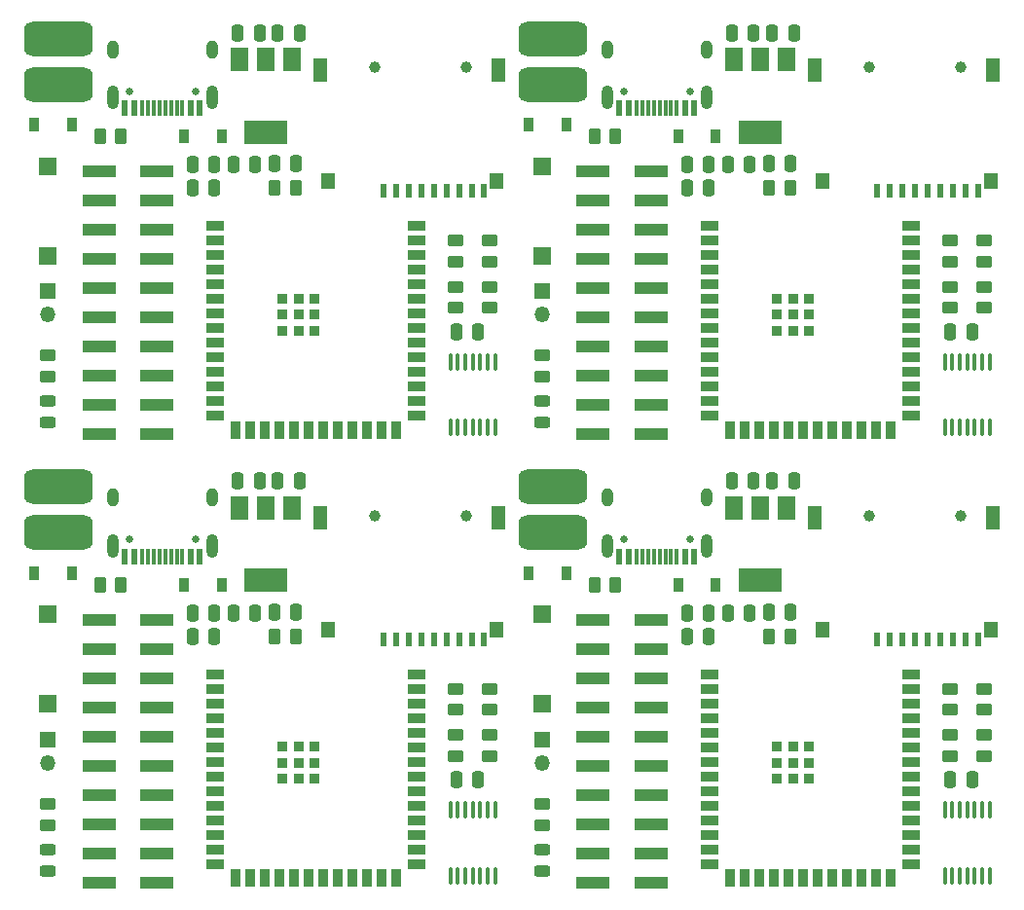
<source format=gbr>
%TF.GenerationSoftware,KiCad,Pcbnew,(6.0.7)*%
%TF.CreationDate,2023-02-26T08:18:57+08:00*%
%TF.ProjectId,Led_Control_Circuit_Panelization,4c65645f-436f-46e7-9472-6f6c5f436972,rev?*%
%TF.SameCoordinates,Original*%
%TF.FileFunction,Soldermask,Top*%
%TF.FilePolarity,Negative*%
%FSLAX46Y46*%
G04 Gerber Fmt 4.6, Leading zero omitted, Abs format (unit mm)*
G04 Created by KiCad (PCBNEW (6.0.7)) date 2023-02-26 08:18:57*
%MOMM*%
%LPD*%
G01*
G04 APERTURE LIST*
G04 Aperture macros list*
%AMRoundRect*
0 Rectangle with rounded corners*
0 $1 Rounding radius*
0 $2 $3 $4 $5 $6 $7 $8 $9 X,Y pos of 4 corners*
0 Add a 4 corners polygon primitive as box body*
4,1,4,$2,$3,$4,$5,$6,$7,$8,$9,$2,$3,0*
0 Add four circle primitives for the rounded corners*
1,1,$1+$1,$2,$3*
1,1,$1+$1,$4,$5*
1,1,$1+$1,$6,$7*
1,1,$1+$1,$8,$9*
0 Add four rect primitives between the rounded corners*
20,1,$1+$1,$2,$3,$4,$5,0*
20,1,$1+$1,$4,$5,$6,$7,0*
20,1,$1+$1,$6,$7,$8,$9,0*
20,1,$1+$1,$8,$9,$2,$3,0*%
G04 Aperture macros list end*
%ADD10C,1.000000*%
%ADD11R,0.600000X1.300000*%
%ADD12R,1.200000X1.400000*%
%ADD13R,1.200000X2.000000*%
%ADD14RoundRect,0.250000X-0.450000X0.262500X-0.450000X-0.262500X0.450000X-0.262500X0.450000X0.262500X0*%
%ADD15RoundRect,0.250000X-0.250000X-0.475000X0.250000X-0.475000X0.250000X0.475000X-0.250000X0.475000X0*%
%ADD16RoundRect,0.100000X0.100000X-0.637500X0.100000X0.637500X-0.100000X0.637500X-0.100000X-0.637500X0*%
%ADD17R,1.500000X2.000000*%
%ADD18R,3.800000X2.000000*%
%ADD19R,1.500000X0.900000*%
%ADD20R,0.900000X1.500000*%
%ADD21R,0.900000X0.900000*%
%ADD22R,1.350000X1.350000*%
%ADD23O,1.350000X1.350000*%
%ADD24RoundRect,0.250000X-0.262500X-0.450000X0.262500X-0.450000X0.262500X0.450000X-0.262500X0.450000X0*%
%ADD25R,1.500000X1.500000*%
%ADD26RoundRect,0.250000X0.250000X0.475000X-0.250000X0.475000X-0.250000X-0.475000X0.250000X-0.475000X0*%
%ADD27R,0.900000X1.200000*%
%ADD28RoundRect,0.243750X0.456250X-0.243750X0.456250X0.243750X-0.456250X0.243750X-0.456250X-0.243750X0*%
%ADD29C,0.650000*%
%ADD30R,0.600000X1.450000*%
%ADD31R,0.300000X1.450000*%
%ADD32O,1.000000X1.600000*%
%ADD33O,1.000000X2.100000*%
%ADD34RoundRect,0.750000X2.250000X-0.750000X2.250000X0.750000X-2.250000X0.750000X-2.250000X-0.750000X0*%
%ADD35RoundRect,0.250000X0.450000X-0.262500X0.450000X0.262500X-0.450000X0.262500X-0.450000X-0.262500X0*%
%ADD36R,3.000000X1.000000*%
G04 APERTURE END LIST*
D10*
%TO.C,Card4*%
X197450000Y-100022000D03*
X189450000Y-100025000D03*
D11*
X190199000Y-110776000D03*
X191299000Y-110776000D03*
X192399000Y-110776000D03*
X193499000Y-110776000D03*
X194599000Y-110776000D03*
X195699000Y-110776000D03*
X196799000Y-110776000D03*
X197899000Y-110776000D03*
X198999000Y-110776000D03*
D12*
X200099000Y-109926000D03*
D13*
X200260000Y-100224000D03*
X184740000Y-100224000D03*
D12*
X185419000Y-109926000D03*
%TD*%
D14*
%TO.C,R26*%
X196500000Y-115087500D03*
X196500000Y-116912500D03*
%TD*%
D15*
%TO.C,C26*%
X173622000Y-108469000D03*
X175522000Y-108469000D03*
%TD*%
D16*
%TO.C,U10*%
X196050000Y-131362500D03*
X196700000Y-131362500D03*
X197350000Y-131362500D03*
X198000000Y-131362500D03*
X198650000Y-131362500D03*
X199300000Y-131362500D03*
X199950000Y-131362500D03*
X199950000Y-125637500D03*
X199300000Y-125637500D03*
X198650000Y-125637500D03*
X198000000Y-125637500D03*
X197350000Y-125637500D03*
X196700000Y-125637500D03*
X196050000Y-125637500D03*
%TD*%
D14*
%TO.C,R28*%
X199500000Y-115087500D03*
X199500000Y-116912500D03*
%TD*%
D17*
%TO.C,U11*%
X182300000Y-99350000D03*
D18*
X180000000Y-105650000D03*
D17*
X180000000Y-99350000D03*
X177700000Y-99350000D03*
%TD*%
D19*
%TO.C,U12*%
X175601000Y-113798000D03*
X175601000Y-115068000D03*
X175601000Y-116338000D03*
X175601000Y-117608000D03*
X175601000Y-118878000D03*
X175601000Y-120148000D03*
X175601000Y-121418000D03*
X175601000Y-122688000D03*
X175601000Y-123958000D03*
X175601000Y-125228000D03*
X175601000Y-126498000D03*
X175601000Y-127768000D03*
X175601000Y-129038000D03*
X175601000Y-130308000D03*
D20*
X177366000Y-131558000D03*
X178636000Y-131558000D03*
X179906000Y-131558000D03*
X181176000Y-131558000D03*
X182446000Y-131558000D03*
X183716000Y-131558000D03*
X184986000Y-131558000D03*
X186256000Y-131558000D03*
X187526000Y-131558000D03*
X188796000Y-131558000D03*
X190066000Y-131558000D03*
X191336000Y-131558000D03*
D19*
X193101000Y-130308000D03*
X193101000Y-129038000D03*
X193101000Y-127768000D03*
X193101000Y-126498000D03*
X193101000Y-125228000D03*
X193101000Y-123958000D03*
X193101000Y-122688000D03*
X193101000Y-121418000D03*
X193101000Y-120148000D03*
X193101000Y-118878000D03*
X193101000Y-117608000D03*
X193101000Y-116338000D03*
X193101000Y-115068000D03*
X193101000Y-113798000D03*
D21*
X181451000Y-121518000D03*
X181451000Y-122918000D03*
X182851000Y-121518000D03*
X182851000Y-122918000D03*
X184251000Y-120118000D03*
X184251000Y-122918000D03*
X184251000Y-121518000D03*
X182851000Y-120118000D03*
X181451000Y-120118000D03*
%TD*%
D15*
%TO.C,C24*%
X181050000Y-97000000D03*
X182950000Y-97000000D03*
%TD*%
D22*
%TO.C,TP4*%
X161000000Y-119500000D03*
D23*
X161000000Y-121500000D03*
%TD*%
D24*
%TO.C,R22*%
X165587500Y-106000000D03*
X167412500Y-106000000D03*
%TD*%
D25*
%TO.C,SW4*%
X161000000Y-116400000D03*
X161000000Y-108600000D03*
%TD*%
D26*
%TO.C,C25*%
X179078000Y-108469000D03*
X177178000Y-108469000D03*
%TD*%
D15*
%TO.C,C22*%
X196550000Y-123000000D03*
X198450000Y-123000000D03*
%TD*%
D27*
%TO.C,D12*%
X163150000Y-105000000D03*
X159850000Y-105000000D03*
%TD*%
D28*
%TO.C,D11*%
X161000000Y-130937500D03*
X161000000Y-129062500D03*
%TD*%
D14*
%TO.C,R25*%
X199500000Y-119087500D03*
X199500000Y-120912500D03*
%TD*%
D24*
%TO.C,R24*%
X180771500Y-110501000D03*
X182596500Y-110501000D03*
%TD*%
D29*
%TO.C,J10*%
X173890000Y-102100000D03*
X168110000Y-102100000D03*
D30*
X174250000Y-103545000D03*
X173450000Y-103545000D03*
D31*
X172250000Y-103545000D03*
X171250000Y-103545000D03*
X170750000Y-103545000D03*
X169750000Y-103545000D03*
D30*
X168550000Y-103545000D03*
X167750000Y-103545000D03*
X167750000Y-103545000D03*
X168550000Y-103545000D03*
D31*
X169250000Y-103545000D03*
X170250000Y-103545000D03*
X171750000Y-103545000D03*
X172750000Y-103545000D03*
D30*
X173450000Y-103545000D03*
X174250000Y-103545000D03*
D32*
X175320000Y-98450000D03*
D33*
X166680000Y-102630000D03*
X175320000Y-102630000D03*
D32*
X166680000Y-98450000D03*
%TD*%
D15*
%TO.C,C28*%
X173622000Y-110501000D03*
X175522000Y-110501000D03*
%TD*%
D27*
%TO.C,D10*%
X176150000Y-106000000D03*
X172850000Y-106000000D03*
%TD*%
D34*
%TO.C,J11*%
X162000000Y-101500000D03*
X162000000Y-97500000D03*
%TD*%
D26*
%TO.C,C27*%
X182634000Y-108397000D03*
X180734000Y-108397000D03*
%TD*%
D35*
%TO.C,R23*%
X161000000Y-126912500D03*
X161000000Y-125087500D03*
%TD*%
D15*
%TO.C,C23*%
X177550000Y-97000000D03*
X179450000Y-97000000D03*
%TD*%
D14*
%TO.C,R27*%
X196500000Y-119087500D03*
X196500000Y-120912500D03*
%TD*%
D36*
%TO.C,J12*%
X170520000Y-109070000D03*
X165480000Y-109070000D03*
X170520000Y-111610000D03*
X165480000Y-111610000D03*
X170520000Y-114150000D03*
X165480000Y-114150000D03*
X170520000Y-116690000D03*
X165480000Y-116690000D03*
X170520000Y-119230000D03*
X165480000Y-119230000D03*
X170520000Y-121770000D03*
X165480000Y-121770000D03*
X170520000Y-124310000D03*
X165480000Y-124310000D03*
X170520000Y-126850000D03*
X165480000Y-126850000D03*
X170520000Y-129390000D03*
X165480000Y-129390000D03*
X170520000Y-131930000D03*
X165480000Y-131930000D03*
%TD*%
D10*
%TO.C,Card3*%
X154450000Y-100022000D03*
X146450000Y-100025000D03*
D11*
X147199000Y-110776000D03*
X148299000Y-110776000D03*
X149399000Y-110776000D03*
X150499000Y-110776000D03*
X151599000Y-110776000D03*
X152699000Y-110776000D03*
X153799000Y-110776000D03*
X154899000Y-110776000D03*
X155999000Y-110776000D03*
D12*
X157099000Y-109926000D03*
D13*
X157260000Y-100224000D03*
X141740000Y-100224000D03*
D12*
X142419000Y-109926000D03*
%TD*%
D14*
%TO.C,R19*%
X153500000Y-115087500D03*
X153500000Y-116912500D03*
%TD*%
D15*
%TO.C,C19*%
X130622000Y-108469000D03*
X132522000Y-108469000D03*
%TD*%
D16*
%TO.C,U7*%
X153050000Y-131362500D03*
X153700000Y-131362500D03*
X154350000Y-131362500D03*
X155000000Y-131362500D03*
X155650000Y-131362500D03*
X156300000Y-131362500D03*
X156950000Y-131362500D03*
X156950000Y-125637500D03*
X156300000Y-125637500D03*
X155650000Y-125637500D03*
X155000000Y-125637500D03*
X154350000Y-125637500D03*
X153700000Y-125637500D03*
X153050000Y-125637500D03*
%TD*%
D14*
%TO.C,R21*%
X156500000Y-115087500D03*
X156500000Y-116912500D03*
%TD*%
D17*
%TO.C,U8*%
X139300000Y-99350000D03*
D18*
X137000000Y-105650000D03*
D17*
X137000000Y-99350000D03*
X134700000Y-99350000D03*
%TD*%
D19*
%TO.C,U9*%
X132601000Y-113798000D03*
X132601000Y-115068000D03*
X132601000Y-116338000D03*
X132601000Y-117608000D03*
X132601000Y-118878000D03*
X132601000Y-120148000D03*
X132601000Y-121418000D03*
X132601000Y-122688000D03*
X132601000Y-123958000D03*
X132601000Y-125228000D03*
X132601000Y-126498000D03*
X132601000Y-127768000D03*
X132601000Y-129038000D03*
X132601000Y-130308000D03*
D20*
X134366000Y-131558000D03*
X135636000Y-131558000D03*
X136906000Y-131558000D03*
X138176000Y-131558000D03*
X139446000Y-131558000D03*
X140716000Y-131558000D03*
X141986000Y-131558000D03*
X143256000Y-131558000D03*
X144526000Y-131558000D03*
X145796000Y-131558000D03*
X147066000Y-131558000D03*
X148336000Y-131558000D03*
D19*
X150101000Y-130308000D03*
X150101000Y-129038000D03*
X150101000Y-127768000D03*
X150101000Y-126498000D03*
X150101000Y-125228000D03*
X150101000Y-123958000D03*
X150101000Y-122688000D03*
X150101000Y-121418000D03*
X150101000Y-120148000D03*
X150101000Y-118878000D03*
X150101000Y-117608000D03*
X150101000Y-116338000D03*
X150101000Y-115068000D03*
X150101000Y-113798000D03*
D21*
X138451000Y-121518000D03*
X138451000Y-122918000D03*
X139851000Y-121518000D03*
X139851000Y-122918000D03*
X141251000Y-120118000D03*
X141251000Y-122918000D03*
X141251000Y-121518000D03*
X139851000Y-120118000D03*
X138451000Y-120118000D03*
%TD*%
D15*
%TO.C,C17*%
X138050000Y-97000000D03*
X139950000Y-97000000D03*
%TD*%
D22*
%TO.C,TP3*%
X118000000Y-119500000D03*
D23*
X118000000Y-121500000D03*
%TD*%
D24*
%TO.C,R15*%
X122587500Y-106000000D03*
X124412500Y-106000000D03*
%TD*%
D25*
%TO.C,SW3*%
X118000000Y-116400000D03*
X118000000Y-108600000D03*
%TD*%
D26*
%TO.C,C18*%
X136078000Y-108469000D03*
X134178000Y-108469000D03*
%TD*%
D15*
%TO.C,C15*%
X153550000Y-123000000D03*
X155450000Y-123000000D03*
%TD*%
D27*
%TO.C,D9*%
X120150000Y-105000000D03*
X116850000Y-105000000D03*
%TD*%
D28*
%TO.C,D8*%
X118000000Y-130937500D03*
X118000000Y-129062500D03*
%TD*%
D14*
%TO.C,R18*%
X156500000Y-119087500D03*
X156500000Y-120912500D03*
%TD*%
D24*
%TO.C,R17*%
X137771500Y-110501000D03*
X139596500Y-110501000D03*
%TD*%
D29*
%TO.C,J7*%
X130890000Y-102100000D03*
X125110000Y-102100000D03*
D30*
X131250000Y-103545000D03*
X130450000Y-103545000D03*
D31*
X129250000Y-103545000D03*
X128250000Y-103545000D03*
X127750000Y-103545000D03*
X126750000Y-103545000D03*
D30*
X125550000Y-103545000D03*
X124750000Y-103545000D03*
X124750000Y-103545000D03*
X125550000Y-103545000D03*
D31*
X126250000Y-103545000D03*
X127250000Y-103545000D03*
X128750000Y-103545000D03*
X129750000Y-103545000D03*
D30*
X130450000Y-103545000D03*
X131250000Y-103545000D03*
D32*
X132320000Y-98450000D03*
D33*
X123680000Y-102630000D03*
X132320000Y-102630000D03*
D32*
X123680000Y-98450000D03*
%TD*%
D15*
%TO.C,C21*%
X130622000Y-110501000D03*
X132522000Y-110501000D03*
%TD*%
D27*
%TO.C,D7*%
X133150000Y-106000000D03*
X129850000Y-106000000D03*
%TD*%
D34*
%TO.C,J8*%
X119000000Y-101500000D03*
X119000000Y-97500000D03*
%TD*%
D26*
%TO.C,C20*%
X139634000Y-108397000D03*
X137734000Y-108397000D03*
%TD*%
D35*
%TO.C,R16*%
X118000000Y-126912500D03*
X118000000Y-125087500D03*
%TD*%
D15*
%TO.C,C16*%
X134550000Y-97000000D03*
X136450000Y-97000000D03*
%TD*%
D14*
%TO.C,R20*%
X153500000Y-119087500D03*
X153500000Y-120912500D03*
%TD*%
D36*
%TO.C,J9*%
X127520000Y-109070000D03*
X122480000Y-109070000D03*
X127520000Y-111610000D03*
X122480000Y-111610000D03*
X127520000Y-114150000D03*
X122480000Y-114150000D03*
X127520000Y-116690000D03*
X122480000Y-116690000D03*
X127520000Y-119230000D03*
X122480000Y-119230000D03*
X127520000Y-121770000D03*
X122480000Y-121770000D03*
X127520000Y-124310000D03*
X122480000Y-124310000D03*
X127520000Y-126850000D03*
X122480000Y-126850000D03*
X127520000Y-129390000D03*
X122480000Y-129390000D03*
X127520000Y-131930000D03*
X122480000Y-131930000D03*
%TD*%
D10*
%TO.C,Card2*%
X197450000Y-61022000D03*
X189450000Y-61025000D03*
D11*
X190199000Y-71776000D03*
X191299000Y-71776000D03*
X192399000Y-71776000D03*
X193499000Y-71776000D03*
X194599000Y-71776000D03*
X195699000Y-71776000D03*
X196799000Y-71776000D03*
X197899000Y-71776000D03*
X198999000Y-71776000D03*
D12*
X200099000Y-70926000D03*
D13*
X200260000Y-61224000D03*
X184740000Y-61224000D03*
D12*
X185419000Y-70926000D03*
%TD*%
D14*
%TO.C,R12*%
X196500000Y-76087500D03*
X196500000Y-77912500D03*
%TD*%
D15*
%TO.C,C12*%
X173622000Y-69469000D03*
X175522000Y-69469000D03*
%TD*%
D16*
%TO.C,U4*%
X196050000Y-92362500D03*
X196700000Y-92362500D03*
X197350000Y-92362500D03*
X198000000Y-92362500D03*
X198650000Y-92362500D03*
X199300000Y-92362500D03*
X199950000Y-92362500D03*
X199950000Y-86637500D03*
X199300000Y-86637500D03*
X198650000Y-86637500D03*
X198000000Y-86637500D03*
X197350000Y-86637500D03*
X196700000Y-86637500D03*
X196050000Y-86637500D03*
%TD*%
D14*
%TO.C,R14*%
X199500000Y-76087500D03*
X199500000Y-77912500D03*
%TD*%
D17*
%TO.C,U5*%
X182300000Y-60350000D03*
D18*
X180000000Y-66650000D03*
D17*
X180000000Y-60350000D03*
X177700000Y-60350000D03*
%TD*%
D19*
%TO.C,U6*%
X175601000Y-74798000D03*
X175601000Y-76068000D03*
X175601000Y-77338000D03*
X175601000Y-78608000D03*
X175601000Y-79878000D03*
X175601000Y-81148000D03*
X175601000Y-82418000D03*
X175601000Y-83688000D03*
X175601000Y-84958000D03*
X175601000Y-86228000D03*
X175601000Y-87498000D03*
X175601000Y-88768000D03*
X175601000Y-90038000D03*
X175601000Y-91308000D03*
D20*
X177366000Y-92558000D03*
X178636000Y-92558000D03*
X179906000Y-92558000D03*
X181176000Y-92558000D03*
X182446000Y-92558000D03*
X183716000Y-92558000D03*
X184986000Y-92558000D03*
X186256000Y-92558000D03*
X187526000Y-92558000D03*
X188796000Y-92558000D03*
X190066000Y-92558000D03*
X191336000Y-92558000D03*
D19*
X193101000Y-91308000D03*
X193101000Y-90038000D03*
X193101000Y-88768000D03*
X193101000Y-87498000D03*
X193101000Y-86228000D03*
X193101000Y-84958000D03*
X193101000Y-83688000D03*
X193101000Y-82418000D03*
X193101000Y-81148000D03*
X193101000Y-79878000D03*
X193101000Y-78608000D03*
X193101000Y-77338000D03*
X193101000Y-76068000D03*
X193101000Y-74798000D03*
D21*
X181451000Y-82518000D03*
X181451000Y-83918000D03*
X182851000Y-82518000D03*
X182851000Y-83918000D03*
X184251000Y-81118000D03*
X184251000Y-83918000D03*
X184251000Y-82518000D03*
X182851000Y-81118000D03*
X181451000Y-81118000D03*
%TD*%
D15*
%TO.C,C10*%
X181050000Y-58000000D03*
X182950000Y-58000000D03*
%TD*%
D22*
%TO.C,TP2*%
X161000000Y-80500000D03*
D23*
X161000000Y-82500000D03*
%TD*%
D24*
%TO.C,R8*%
X165587500Y-67000000D03*
X167412500Y-67000000D03*
%TD*%
D25*
%TO.C,SW2*%
X161000000Y-77400000D03*
X161000000Y-69600000D03*
%TD*%
D26*
%TO.C,C11*%
X179078000Y-69469000D03*
X177178000Y-69469000D03*
%TD*%
D15*
%TO.C,C8*%
X196550000Y-84000000D03*
X198450000Y-84000000D03*
%TD*%
D27*
%TO.C,D6*%
X163150000Y-66000000D03*
X159850000Y-66000000D03*
%TD*%
D28*
%TO.C,D5*%
X161000000Y-91937500D03*
X161000000Y-90062500D03*
%TD*%
D14*
%TO.C,R11*%
X199500000Y-80087500D03*
X199500000Y-81912500D03*
%TD*%
D24*
%TO.C,R10*%
X180771500Y-71501000D03*
X182596500Y-71501000D03*
%TD*%
D29*
%TO.C,J4*%
X173890000Y-63100000D03*
X168110000Y-63100000D03*
D30*
X174250000Y-64545000D03*
X173450000Y-64545000D03*
D31*
X172250000Y-64545000D03*
X171250000Y-64545000D03*
X170750000Y-64545000D03*
X169750000Y-64545000D03*
D30*
X168550000Y-64545000D03*
X167750000Y-64545000D03*
X167750000Y-64545000D03*
X168550000Y-64545000D03*
D31*
X169250000Y-64545000D03*
X170250000Y-64545000D03*
X171750000Y-64545000D03*
X172750000Y-64545000D03*
D30*
X173450000Y-64545000D03*
X174250000Y-64545000D03*
D32*
X175320000Y-59450000D03*
D33*
X166680000Y-63630000D03*
X175320000Y-63630000D03*
D32*
X166680000Y-59450000D03*
%TD*%
D15*
%TO.C,C14*%
X173622000Y-71501000D03*
X175522000Y-71501000D03*
%TD*%
D27*
%TO.C,D4*%
X176150000Y-67000000D03*
X172850000Y-67000000D03*
%TD*%
D34*
%TO.C,J5*%
X162000000Y-62500000D03*
X162000000Y-58500000D03*
%TD*%
D26*
%TO.C,C13*%
X182634000Y-69397000D03*
X180734000Y-69397000D03*
%TD*%
D35*
%TO.C,R9*%
X161000000Y-87912500D03*
X161000000Y-86087500D03*
%TD*%
D15*
%TO.C,C9*%
X177550000Y-58000000D03*
X179450000Y-58000000D03*
%TD*%
D14*
%TO.C,R13*%
X196500000Y-80087500D03*
X196500000Y-81912500D03*
%TD*%
D36*
%TO.C,J6*%
X170520000Y-70070000D03*
X165480000Y-70070000D03*
X170520000Y-72610000D03*
X165480000Y-72610000D03*
X170520000Y-75150000D03*
X165480000Y-75150000D03*
X170520000Y-77690000D03*
X165480000Y-77690000D03*
X170520000Y-80230000D03*
X165480000Y-80230000D03*
X170520000Y-82770000D03*
X165480000Y-82770000D03*
X170520000Y-85310000D03*
X165480000Y-85310000D03*
X170520000Y-87850000D03*
X165480000Y-87850000D03*
X170520000Y-90390000D03*
X165480000Y-90390000D03*
X170520000Y-92930000D03*
X165480000Y-92930000D03*
%TD*%
D10*
%TO.C,Card1*%
X154450000Y-61022000D03*
X146450000Y-61025000D03*
D11*
X147199000Y-71776000D03*
X148299000Y-71776000D03*
X149399000Y-71776000D03*
X150499000Y-71776000D03*
X151599000Y-71776000D03*
X152699000Y-71776000D03*
X153799000Y-71776000D03*
X154899000Y-71776000D03*
X155999000Y-71776000D03*
D12*
X157099000Y-70926000D03*
D13*
X157260000Y-61224000D03*
X141740000Y-61224000D03*
D12*
X142419000Y-70926000D03*
%TD*%
D14*
%TO.C,R5*%
X153500000Y-76087500D03*
X153500000Y-77912500D03*
%TD*%
D19*
%TO.C,U3*%
X132601000Y-74798000D03*
X132601000Y-76068000D03*
X132601000Y-77338000D03*
X132601000Y-78608000D03*
X132601000Y-79878000D03*
X132601000Y-81148000D03*
X132601000Y-82418000D03*
X132601000Y-83688000D03*
X132601000Y-84958000D03*
X132601000Y-86228000D03*
X132601000Y-87498000D03*
X132601000Y-88768000D03*
X132601000Y-90038000D03*
X132601000Y-91308000D03*
D20*
X134366000Y-92558000D03*
X135636000Y-92558000D03*
X136906000Y-92558000D03*
X138176000Y-92558000D03*
X139446000Y-92558000D03*
X140716000Y-92558000D03*
X141986000Y-92558000D03*
X143256000Y-92558000D03*
X144526000Y-92558000D03*
X145796000Y-92558000D03*
X147066000Y-92558000D03*
X148336000Y-92558000D03*
D19*
X150101000Y-91308000D03*
X150101000Y-90038000D03*
X150101000Y-88768000D03*
X150101000Y-87498000D03*
X150101000Y-86228000D03*
X150101000Y-84958000D03*
X150101000Y-83688000D03*
X150101000Y-82418000D03*
X150101000Y-81148000D03*
X150101000Y-79878000D03*
X150101000Y-78608000D03*
X150101000Y-77338000D03*
X150101000Y-76068000D03*
X150101000Y-74798000D03*
D21*
X138451000Y-82518000D03*
X138451000Y-83918000D03*
X139851000Y-82518000D03*
X139851000Y-83918000D03*
X141251000Y-81118000D03*
X141251000Y-83918000D03*
X141251000Y-82518000D03*
X139851000Y-81118000D03*
X138451000Y-81118000D03*
%TD*%
D22*
%TO.C,TP1*%
X118000000Y-80500000D03*
D23*
X118000000Y-82500000D03*
%TD*%
D15*
%TO.C,C5*%
X130622000Y-69469000D03*
X132522000Y-69469000D03*
%TD*%
D16*
%TO.C,U1*%
X153050000Y-92362500D03*
X153700000Y-92362500D03*
X154350000Y-92362500D03*
X155000000Y-92362500D03*
X155650000Y-92362500D03*
X156300000Y-92362500D03*
X156950000Y-92362500D03*
X156950000Y-86637500D03*
X156300000Y-86637500D03*
X155650000Y-86637500D03*
X155000000Y-86637500D03*
X154350000Y-86637500D03*
X153700000Y-86637500D03*
X153050000Y-86637500D03*
%TD*%
D15*
%TO.C,C3*%
X138050000Y-58000000D03*
X139950000Y-58000000D03*
%TD*%
D17*
%TO.C,U2*%
X139300000Y-60350000D03*
D18*
X137000000Y-66650000D03*
D17*
X137000000Y-60350000D03*
X134700000Y-60350000D03*
%TD*%
D14*
%TO.C,R7*%
X156500000Y-76087500D03*
X156500000Y-77912500D03*
%TD*%
D15*
%TO.C,C1*%
X153550000Y-84000000D03*
X155450000Y-84000000D03*
%TD*%
D26*
%TO.C,C4*%
X136078000Y-69469000D03*
X134178000Y-69469000D03*
%TD*%
D25*
%TO.C,SW1*%
X118000000Y-77400000D03*
X118000000Y-69600000D03*
%TD*%
D24*
%TO.C,R1*%
X122587500Y-67000000D03*
X124412500Y-67000000D03*
%TD*%
D27*
%TO.C,D1*%
X133150000Y-67000000D03*
X129850000Y-67000000D03*
%TD*%
D15*
%TO.C,C2*%
X134550000Y-58000000D03*
X136450000Y-58000000D03*
%TD*%
%TO.C,C7*%
X130622000Y-71501000D03*
X132522000Y-71501000D03*
%TD*%
D29*
%TO.C,J1*%
X130890000Y-63100000D03*
X125110000Y-63100000D03*
D30*
X131250000Y-64545000D03*
X130450000Y-64545000D03*
D31*
X129250000Y-64545000D03*
X128250000Y-64545000D03*
X127750000Y-64545000D03*
X126750000Y-64545000D03*
D30*
X125550000Y-64545000D03*
X124750000Y-64545000D03*
X124750000Y-64545000D03*
X125550000Y-64545000D03*
D31*
X126250000Y-64545000D03*
X127250000Y-64545000D03*
X128750000Y-64545000D03*
X129750000Y-64545000D03*
D30*
X130450000Y-64545000D03*
X131250000Y-64545000D03*
D32*
X132320000Y-59450000D03*
D33*
X123680000Y-63630000D03*
X132320000Y-63630000D03*
D32*
X123680000Y-59450000D03*
%TD*%
D26*
%TO.C,C6*%
X139634000Y-69397000D03*
X137734000Y-69397000D03*
%TD*%
D14*
%TO.C,R6*%
X153500000Y-80087500D03*
X153500000Y-81912500D03*
%TD*%
D34*
%TO.C,J2*%
X119000000Y-62500000D03*
X119000000Y-58500000D03*
%TD*%
D36*
%TO.C,J3*%
X127520000Y-70070000D03*
X122480000Y-70070000D03*
X127520000Y-72610000D03*
X122480000Y-72610000D03*
X127520000Y-75150000D03*
X122480000Y-75150000D03*
X127520000Y-77690000D03*
X122480000Y-77690000D03*
X127520000Y-80230000D03*
X122480000Y-80230000D03*
X127520000Y-82770000D03*
X122480000Y-82770000D03*
X127520000Y-85310000D03*
X122480000Y-85310000D03*
X127520000Y-87850000D03*
X122480000Y-87850000D03*
X127520000Y-90390000D03*
X122480000Y-90390000D03*
X127520000Y-92930000D03*
X122480000Y-92930000D03*
%TD*%
D35*
%TO.C,R2*%
X118000000Y-87912500D03*
X118000000Y-86087500D03*
%TD*%
D14*
%TO.C,R4*%
X156500000Y-80087500D03*
X156500000Y-81912500D03*
%TD*%
D24*
%TO.C,R3*%
X137771500Y-71501000D03*
X139596500Y-71501000D03*
%TD*%
D27*
%TO.C,D3*%
X120150000Y-66000000D03*
X116850000Y-66000000D03*
%TD*%
D28*
%TO.C,D2*%
X118000000Y-91937500D03*
X118000000Y-90062500D03*
%TD*%
M02*

</source>
